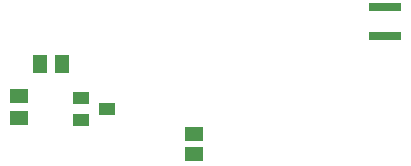
<source format=gbr>
G04 EAGLE Gerber RS-274X export*
G75*
%MOMM*%
%FSLAX34Y34*%
%LPD*%
%INSolderpaste Top*%
%IPPOS*%
%AMOC8*
5,1,8,0,0,1.08239X$1,22.5*%
G01*
%ADD10R,1.300000X1.600000*%
%ADD11R,1.600000X1.300000*%
%ADD12R,1.400000X1.000000*%
%ADD13R,2.700000X0.700000*%
%ADD14R,1.500000X1.300000*%


D10*
X310700Y126700D03*
X329700Y126700D03*
D11*
X293200Y80400D03*
X293200Y99400D03*
D12*
X367700Y88400D03*
X345700Y78900D03*
X345700Y97900D03*
D13*
X603000Y174400D03*
X603000Y150400D03*
D14*
X441000Y67000D03*
X441000Y50000D03*
M02*

</source>
